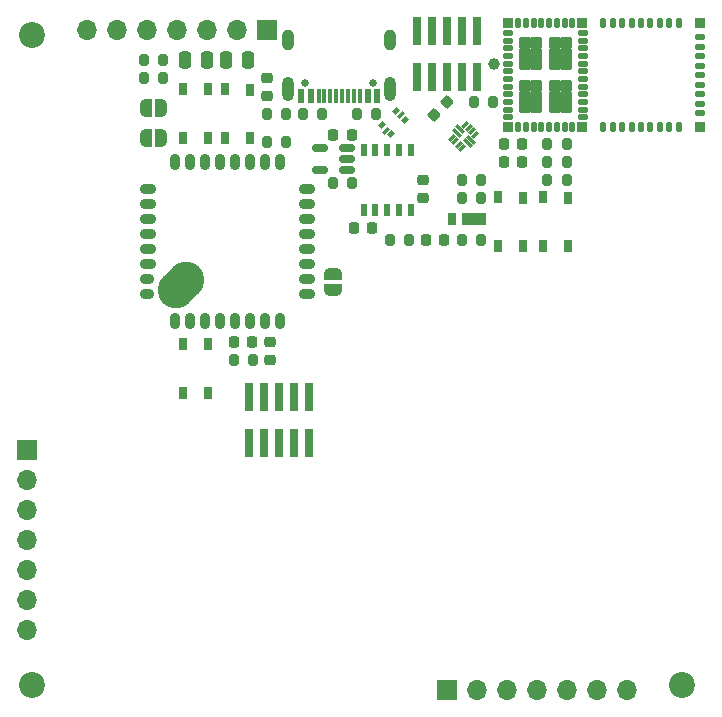
<source format=gts>
G04 #@! TF.GenerationSoftware,KiCad,Pcbnew,(6.0.9)*
G04 #@! TF.CreationDate,2024-05-06T14:48:15+09:00*
G04 #@! TF.ProjectId,CommunicationBoard,436f6d6d-756e-4696-9361-74696f6e426f,rev?*
G04 #@! TF.SameCoordinates,PX8a48640PY5f5e100*
G04 #@! TF.FileFunction,Soldermask,Top*
G04 #@! TF.FilePolarity,Negative*
%FSLAX46Y46*%
G04 Gerber Fmt 4.6, Leading zero omitted, Abs format (unit mm)*
G04 Created by KiCad (PCBNEW (6.0.9)) date 2024-05-06 14:48:15*
%MOMM*%
%LPD*%
G01*
G04 APERTURE LIST*
G04 Aperture macros list*
%AMRoundRect*
0 Rectangle with rounded corners*
0 $1 Rounding radius*
0 $2 $3 $4 $5 $6 $7 $8 $9 X,Y pos of 4 corners*
0 Add a 4 corners polygon primitive as box body*
4,1,4,$2,$3,$4,$5,$6,$7,$8,$9,$2,$3,0*
0 Add four circle primitives for the rounded corners*
1,1,$1+$1,$2,$3*
1,1,$1+$1,$4,$5*
1,1,$1+$1,$6,$7*
1,1,$1+$1,$8,$9*
0 Add four rect primitives between the rounded corners*
20,1,$1+$1,$2,$3,$4,$5,0*
20,1,$1+$1,$4,$5,$6,$7,0*
20,1,$1+$1,$6,$7,$8,$9,0*
20,1,$1+$1,$8,$9,$2,$3,0*%
%AMHorizOval*
0 Thick line with rounded ends*
0 $1 width*
0 $2 $3 position (X,Y) of the first rounded end (center of the circle)*
0 $4 $5 position (X,Y) of the second rounded end (center of the circle)*
0 Add line between two ends*
20,1,$1,$2,$3,$4,$5,0*
0 Add two circle primitives to create the rounded ends*
1,1,$1,$2,$3*
1,1,$1,$4,$5*%
%AMRotRect*
0 Rectangle, with rotation*
0 The origin of the aperture is its center*
0 $1 length*
0 $2 width*
0 $3 Rotation angle, in degrees counterclockwise*
0 Add horizontal line*
21,1,$1,$2,0,0,$3*%
%AMFreePoly0*
4,1,22,0.500000,-0.750000,0.000000,-0.750000,0.000000,-0.745033,-0.079941,-0.743568,-0.215256,-0.701293,-0.333266,-0.622738,-0.424486,-0.514219,-0.481581,-0.384460,-0.499164,-0.250000,-0.500000,-0.250000,-0.500000,0.250000,-0.499164,0.250000,-0.499963,0.256109,-0.478152,0.396186,-0.417904,0.524511,-0.324060,0.630769,-0.204165,0.706417,-0.067858,0.745374,0.000000,0.744959,0.000000,0.750000,
0.500000,0.750000,0.500000,-0.750000,0.500000,-0.750000,$1*%
%AMFreePoly1*
4,1,20,0.000000,0.744959,0.073905,0.744508,0.209726,0.703889,0.328688,0.626782,0.421226,0.519385,0.479903,0.390333,0.500000,0.250000,0.500000,-0.250000,0.499851,-0.262216,0.476331,-0.402017,0.414519,-0.529596,0.319384,-0.634700,0.198574,-0.708877,0.061801,-0.746166,0.000000,-0.745033,0.000000,-0.750000,-0.500000,-0.750000,-0.500000,0.750000,0.000000,0.750000,0.000000,0.744959,
0.000000,0.744959,$1*%
G04 Aperture macros list end*
%ADD10FreePoly0,0.000000*%
%ADD11FreePoly1,0.000000*%
%ADD12C,2.200000*%
%ADD13RoundRect,0.200000X0.200000X0.275000X-0.200000X0.275000X-0.200000X-0.275000X0.200000X-0.275000X0*%
%ADD14R,1.700000X1.700000*%
%ADD15O,1.700000X1.700000*%
%ADD16RoundRect,0.100000X0.247487X-0.318198X0.318198X-0.247487X-0.247487X0.318198X-0.318198X0.247487X0*%
%ADD17RoundRect,0.100000X-0.212132X-0.141421X-0.141421X-0.212132X0.212132X0.141421X0.141421X0.212132X0*%
%ADD18R,0.650000X1.050000*%
%ADD19RoundRect,0.250000X0.250000X0.475000X-0.250000X0.475000X-0.250000X-0.475000X0.250000X-0.475000X0*%
%ADD20RoundRect,0.200000X-0.200000X-0.275000X0.200000X-0.275000X0.200000X0.275000X-0.200000X0.275000X0*%
%ADD21RoundRect,0.225000X0.225000X0.250000X-0.225000X0.250000X-0.225000X-0.250000X0.225000X-0.250000X0*%
%ADD22RoundRect,0.150000X0.512500X0.150000X-0.512500X0.150000X-0.512500X-0.150000X0.512500X-0.150000X0*%
%ADD23RoundRect,0.225000X-0.225000X-0.250000X0.225000X-0.250000X0.225000X0.250000X-0.225000X0.250000X0*%
%ADD24RoundRect,0.250000X-0.250000X-0.475000X0.250000X-0.475000X0.250000X0.475000X-0.250000X0.475000X0*%
%ADD25RoundRect,0.218750X-0.256250X0.218750X-0.256250X-0.218750X0.256250X-0.218750X0.256250X0.218750X0*%
%ADD26R,0.740000X2.400000*%
%ADD27C,1.000000*%
%ADD28RoundRect,0.225000X-0.017678X0.335876X-0.335876X0.017678X0.017678X-0.335876X0.335876X-0.017678X0*%
%ADD29RotRect,0.500000X0.375000X225.000000*%
%ADD30RotRect,0.650000X0.300000X225.000000*%
%ADD31R,2.000000X1.100000*%
%ADD32R,0.800000X1.100000*%
%ADD33RoundRect,0.112100X-0.339500X-0.339500X0.339500X-0.339500X0.339500X0.339500X-0.339500X0.339500X0*%
%ADD34RoundRect,0.106100X-0.320500X-0.145500X0.320500X-0.145500X0.320500X0.145500X-0.320500X0.145500X0*%
%ADD35RoundRect,0.106100X0.145500X-0.320500X0.145500X0.320500X-0.145500X0.320500X-0.145500X-0.320500X0*%
%ADD36RoundRect,0.112100X0.339500X0.339500X-0.339500X0.339500X-0.339500X-0.339500X0.339500X-0.339500X0*%
%ADD37RoundRect,0.106100X-0.145500X0.320500X-0.145500X-0.320500X0.145500X-0.320500X0.145500X0.320500X0*%
%ADD38RoundRect,0.106100X0.320500X0.145500X-0.320500X0.145500X-0.320500X-0.145500X0.320500X-0.145500X0*%
%ADD39RoundRect,0.113600X-0.413000X-0.388000X0.413000X-0.388000X0.413000X0.388000X-0.413000X0.388000X0*%
%ADD40RoundRect,0.225000X0.250000X-0.225000X0.250000X0.225000X-0.250000X0.225000X-0.250000X-0.225000X0*%
%ADD41FreePoly0,90.000000*%
%ADD42FreePoly1,90.000000*%
%ADD43R,0.510000X1.100000*%
%ADD44C,0.650000*%
%ADD45R,0.600000X1.160000*%
%ADD46R,0.300000X1.160000*%
%ADD47O,1.000000X1.800000*%
%ADD48O,1.000000X2.100000*%
%ADD49HorizOval,3.100000X0.424264X0.424264X-0.424264X-0.424264X0*%
%ADD50O,0.900000X1.400000*%
%ADD51O,1.400000X0.900000*%
%ADD52O,1.200000X0.900000*%
G04 APERTURE END LIST*
D10*
X-17922000Y21336000D03*
D11*
X-16622000Y21336000D03*
D12*
X-27500000Y27500000D03*
D13*
X-2985000Y20828000D03*
X-4635000Y20828000D03*
D14*
X-27940000Y-7620000D03*
D15*
X-27940000Y-10160000D03*
X-27940000Y-12700000D03*
X-27940000Y-15240000D03*
X-27940000Y-17780000D03*
X-27940000Y-20320000D03*
X-27940000Y-22860000D03*
D16*
X8698802Y19524041D03*
X8415959Y19241198D03*
D17*
X8027051Y18781579D03*
X8309893Y18498736D03*
X8592736Y18215893D03*
X8875579Y17933051D03*
D16*
X9335198Y18321959D03*
X9618041Y18604802D03*
D17*
X10006949Y19064421D03*
X9724107Y19347264D03*
X9441264Y19630107D03*
X9158421Y19912949D03*
D18*
X11879000Y9609000D03*
X11879000Y13759000D03*
X14029000Y9609000D03*
X14029000Y13734000D03*
D19*
X-12700000Y25400000D03*
X-14600000Y25400000D03*
D20*
X16075000Y16764000D03*
X17725000Y16764000D03*
D21*
X-482000Y19050000D03*
X-2032000Y19050000D03*
D13*
X-16447000Y23876000D03*
X-18097000Y23876000D03*
D18*
X-11235000Y22903000D03*
X-11235000Y18753000D03*
X-9085000Y18753000D03*
X-9085000Y22878000D03*
D21*
X13983000Y18288000D03*
X12433000Y18288000D03*
D22*
X-894500Y16068000D03*
X-894500Y17018000D03*
X-894500Y17968000D03*
X-3169500Y17968000D03*
X-3169500Y16068000D03*
D18*
X-12641000Y22903000D03*
X-12641000Y18753000D03*
X-14791000Y22903000D03*
X-14791000Y18778000D03*
D21*
X13983000Y16764000D03*
X12433000Y16764000D03*
D23*
X5829000Y10160000D03*
X7379000Y10160000D03*
D18*
X15689000Y13759000D03*
X15689000Y9609000D03*
X17839000Y9609000D03*
X17839000Y13734000D03*
D24*
X-11110000Y25400000D03*
X-9210000Y25400000D03*
D20*
X2731000Y10160000D03*
X4381000Y10160000D03*
D25*
X-7366000Y1549500D03*
X-7366000Y-25500D03*
D26*
X5080000Y23958000D03*
X5080000Y27858000D03*
X6350000Y23958000D03*
X6350000Y27858000D03*
X7620000Y23958000D03*
X7620000Y27858000D03*
X8890000Y23958000D03*
X8890000Y27858000D03*
X10160000Y23958000D03*
X10160000Y27858000D03*
D27*
X11557000Y25075000D03*
D28*
X7573016Y21797016D03*
X6477000Y20701000D03*
D29*
X4029111Y20286971D03*
D30*
X3702074Y20720074D03*
D29*
X3268971Y21047111D03*
X2066889Y19845029D03*
D30*
X2393926Y19411926D03*
D29*
X2827029Y19084889D03*
D21*
X-8877000Y1524000D03*
X-10427000Y1524000D03*
D31*
X9906000Y11938000D03*
D32*
X8006000Y11938000D03*
D13*
X-6033000Y20828000D03*
X-7683000Y20828000D03*
D12*
X-27500000Y-27500000D03*
D13*
X10477000Y13716000D03*
X8827000Y13716000D03*
D20*
X9843000Y21844000D03*
X11493000Y21844000D03*
X-10477000Y0D03*
X-8827000Y0D03*
D33*
X12800000Y28500000D03*
D34*
X12775000Y27675000D03*
X12775000Y27025000D03*
X12775000Y26375000D03*
X12775000Y25725000D03*
X12775000Y25075000D03*
X12775000Y24425000D03*
X12775000Y23775000D03*
X12775000Y23125000D03*
X12775000Y22475000D03*
X12775000Y21825000D03*
X12775000Y21175000D03*
X12775000Y20525000D03*
D33*
X12800000Y19700000D03*
D35*
X13650000Y19675000D03*
X14300000Y19675000D03*
X14950000Y19675000D03*
X15600000Y19675000D03*
X16250000Y19675000D03*
X16900000Y19675000D03*
X17550000Y19675000D03*
X18200000Y19675000D03*
D36*
X19050000Y19700000D03*
D34*
X19075000Y20525000D03*
X19075000Y21175000D03*
X19075000Y21825000D03*
X19075000Y22475000D03*
X19075000Y23125000D03*
X19075000Y23775000D03*
X19075000Y24425000D03*
X19075000Y25075000D03*
X19075000Y25725000D03*
X19075000Y26375000D03*
X19075000Y27025000D03*
X19075000Y27675000D03*
D36*
X19050000Y28500000D03*
D35*
X18200000Y28525000D03*
X17550000Y28525000D03*
X16900000Y28525000D03*
X16250000Y28525000D03*
X15600000Y28525000D03*
X14950000Y28525000D03*
X14300000Y28525000D03*
X13650000Y28525000D03*
X20825000Y19675000D03*
X21625000Y19675000D03*
X22425000Y19675000D03*
X23225000Y19675000D03*
X24025000Y19675000D03*
X24825000Y19675000D03*
X25625000Y19675000D03*
X26425000Y19675000D03*
D37*
X27225000Y19675000D03*
D36*
X29000000Y19700000D03*
D38*
X29030000Y20900000D03*
X29030000Y21700000D03*
X29030000Y22500000D03*
X29030000Y23300000D03*
X29030000Y24100000D03*
X29030000Y24900000D03*
X29030000Y25700000D03*
X29030000Y26500000D03*
D34*
X29030000Y27300000D03*
D33*
X29000000Y28500000D03*
D37*
X27225000Y28525000D03*
X26425000Y28525000D03*
X25625000Y28525000D03*
X24825000Y28525000D03*
X24025000Y28525000D03*
X23225000Y28525000D03*
X22425000Y28525000D03*
X21625000Y28525000D03*
D35*
X20825000Y28525000D03*
D39*
X14180000Y22275000D03*
X14180000Y25025000D03*
X17675000Y25025000D03*
X16725000Y25025000D03*
X15130000Y23175000D03*
X16725000Y26825000D03*
X14180000Y23175000D03*
X15130000Y26825000D03*
X16725000Y23175000D03*
X17675000Y22275000D03*
X17675000Y26825000D03*
X17675000Y21375000D03*
X15130000Y21375000D03*
X16725000Y21375000D03*
X16725000Y22275000D03*
X14180000Y25925000D03*
X15130000Y25025000D03*
X16725000Y25925000D03*
X14180000Y21375000D03*
X17675000Y25925000D03*
X15130000Y22275000D03*
X14180000Y26825000D03*
X15130000Y25925000D03*
X17675000Y23175000D03*
D20*
X16075000Y15240000D03*
X17725000Y15240000D03*
D10*
X-17922000Y18796000D03*
D11*
X-16622000Y18796000D03*
D26*
X-9144000Y-7030000D03*
X-9144000Y-3130000D03*
X-7874000Y-7030000D03*
X-7874000Y-3130000D03*
X-6604000Y-7030000D03*
X-6604000Y-3130000D03*
X-5334000Y-7030000D03*
X-5334000Y-3130000D03*
X-4064000Y-7030000D03*
X-4064000Y-3130000D03*
D13*
X10477000Y10160000D03*
X8827000Y10160000D03*
D20*
X-2095000Y14986000D03*
X-445000Y14986000D03*
D14*
X7620000Y-27940000D03*
D15*
X10160000Y-27940000D03*
X12700000Y-27940000D03*
X15240000Y-27940000D03*
X17780000Y-27940000D03*
X20320000Y-27940000D03*
X22860000Y-27940000D03*
D13*
X10477000Y15240000D03*
X8827000Y15240000D03*
D40*
X5588000Y13703000D03*
X5588000Y15253000D03*
D13*
X-16447000Y25400000D03*
X-18097000Y25400000D03*
D12*
X27500000Y-27500000D03*
D18*
X-12641000Y-2837000D03*
X-12641000Y1313000D03*
X-14791000Y1313000D03*
X-14791000Y-2812000D03*
D41*
X-2032000Y5954000D03*
D42*
X-2032000Y7254000D03*
D20*
X16075000Y18288000D03*
X17725000Y18288000D03*
D25*
X-7620000Y23901500D03*
X-7620000Y22326500D03*
D43*
X4540000Y17790000D03*
X3540000Y17790000D03*
X2540000Y17790000D03*
X1540000Y17790000D03*
X540000Y17790000D03*
X540000Y12690000D03*
X1540000Y12690000D03*
X2540000Y12690000D03*
X3540000Y12690000D03*
X4540000Y12690000D03*
D13*
X-6033000Y18415000D03*
X-7683000Y18415000D03*
D44*
X-4414000Y23422000D03*
X1366000Y23422000D03*
D45*
X1676000Y22357000D03*
X876000Y22357000D03*
D46*
X-274000Y22357000D03*
X-1274000Y22357000D03*
X-1774000Y22357000D03*
X-2774000Y22357000D03*
D45*
X-3924000Y22357000D03*
X-4724000Y22357000D03*
X-4724000Y22357000D03*
X-3924000Y22357000D03*
D46*
X-3274000Y22357000D03*
X-2274000Y22357000D03*
X-774000Y22357000D03*
X226000Y22357000D03*
D45*
X876000Y22357000D03*
X1676000Y22357000D03*
D47*
X2796000Y27102000D03*
D48*
X-5844000Y22922000D03*
X2796000Y22922000D03*
D47*
X-5844000Y27102000D03*
D21*
X1283000Y11176000D03*
X-267000Y11176000D03*
D49*
X-14900000Y6300000D03*
D50*
X-15445000Y3265000D03*
X-14175000Y3265000D03*
X-12905000Y3265000D03*
X-11635000Y3265000D03*
X-10365000Y3265000D03*
X-9095000Y3265000D03*
X-7825000Y3265000D03*
X-6555000Y3265000D03*
D51*
X-4265000Y5555000D03*
X-4265000Y6825000D03*
X-4265000Y8095000D03*
X-4265000Y9365000D03*
X-4265000Y10635000D03*
X-4265000Y11905000D03*
X-4265000Y13175000D03*
X-4265000Y14445000D03*
D50*
X-6555000Y16735000D03*
X-7825000Y16735000D03*
X-9095000Y16735000D03*
X-10365000Y16735000D03*
X-11635000Y16735000D03*
X-12905000Y16735000D03*
X-14175000Y16735000D03*
X-15445000Y16735000D03*
D51*
X-17735000Y14445000D03*
X-17735000Y13175000D03*
X-17735000Y11905000D03*
X-17735000Y10635000D03*
X-17735000Y9365000D03*
X-17735000Y8095000D03*
D52*
X-17835000Y6825000D03*
X-17835000Y5555000D03*
D20*
X-63000Y20828000D03*
X1587000Y20828000D03*
D14*
X-7620000Y27940000D03*
D15*
X-10160000Y27940000D03*
X-12700000Y27940000D03*
X-15240000Y27940000D03*
X-17780000Y27940000D03*
X-20320000Y27940000D03*
X-22860000Y27940000D03*
M02*

</source>
